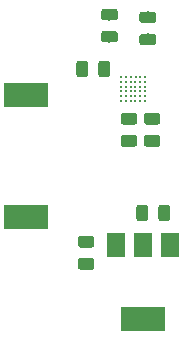
<source format=gbr>
G04 #@! TF.GenerationSoftware,KiCad,Pcbnew,5.1.1-8be2ce7~80~ubuntu18.10.1*
G04 #@! TF.CreationDate,2019-05-25T12:59:07+08:00*
G04 #@! TF.ProjectId,tas2562_dev_pcb,74617332-3536-4325-9f64-65765f706362,rev?*
G04 #@! TF.SameCoordinates,Original*
G04 #@! TF.FileFunction,Paste,Top*
G04 #@! TF.FilePolarity,Positive*
%FSLAX46Y46*%
G04 Gerber Fmt 4.6, Leading zero omitted, Abs format (unit mm)*
G04 Created by KiCad (PCBNEW 5.1.1-8be2ce7~80~ubuntu18.10.1) date 2019-05-25 12:59:07*
%MOMM*%
%LPD*%
G04 APERTURE LIST*
%ADD10C,0.230000*%
%ADD11C,0.100000*%
%ADD12C,0.975000*%
%ADD13R,3.700000X2.100000*%
%ADD14R,3.800000X2.000000*%
%ADD15R,1.500000X2.000000*%
G04 APERTURE END LIST*
D10*
X148218400Y-75345800D03*
X147818400Y-75345800D03*
X147418400Y-75345800D03*
X147018400Y-75345800D03*
X146618400Y-75345800D03*
X146218400Y-75345800D03*
X148218400Y-74945800D03*
X147818400Y-74945800D03*
X147418400Y-74945800D03*
X147018400Y-74945800D03*
X146618400Y-74945800D03*
X146218400Y-74945800D03*
X148218400Y-74545800D03*
X147818400Y-74545800D03*
X147418400Y-74545800D03*
X147018400Y-74545800D03*
X146618400Y-74545800D03*
X146218400Y-74545800D03*
X148218400Y-74145800D03*
X147818400Y-74145800D03*
X147418400Y-74145800D03*
X147018400Y-74145800D03*
X146618400Y-74145800D03*
X146218400Y-74145800D03*
X148218400Y-73745800D03*
X147818400Y-73745800D03*
X147418400Y-73745800D03*
X147018400Y-73745800D03*
X146618400Y-73745800D03*
X146218400Y-73745800D03*
X148218400Y-73345800D03*
X147818400Y-73345800D03*
X147448400Y-73345800D03*
X147018400Y-73345800D03*
X146618400Y-73345800D03*
X146218400Y-73345800D03*
D11*
G36*
X149324142Y-78253674D02*
G01*
X149347803Y-78257184D01*
X149371007Y-78262996D01*
X149393529Y-78271054D01*
X149415153Y-78281282D01*
X149435670Y-78293579D01*
X149454883Y-78307829D01*
X149472607Y-78323893D01*
X149488671Y-78341617D01*
X149502921Y-78360830D01*
X149515218Y-78381347D01*
X149525446Y-78402971D01*
X149533504Y-78425493D01*
X149539316Y-78448697D01*
X149542826Y-78472358D01*
X149544000Y-78496250D01*
X149544000Y-78983750D01*
X149542826Y-79007642D01*
X149539316Y-79031303D01*
X149533504Y-79054507D01*
X149525446Y-79077029D01*
X149515218Y-79098653D01*
X149502921Y-79119170D01*
X149488671Y-79138383D01*
X149472607Y-79156107D01*
X149454883Y-79172171D01*
X149435670Y-79186421D01*
X149415153Y-79198718D01*
X149393529Y-79208946D01*
X149371007Y-79217004D01*
X149347803Y-79222816D01*
X149324142Y-79226326D01*
X149300250Y-79227500D01*
X148387750Y-79227500D01*
X148363858Y-79226326D01*
X148340197Y-79222816D01*
X148316993Y-79217004D01*
X148294471Y-79208946D01*
X148272847Y-79198718D01*
X148252330Y-79186421D01*
X148233117Y-79172171D01*
X148215393Y-79156107D01*
X148199329Y-79138383D01*
X148185079Y-79119170D01*
X148172782Y-79098653D01*
X148162554Y-79077029D01*
X148154496Y-79054507D01*
X148148684Y-79031303D01*
X148145174Y-79007642D01*
X148144000Y-78983750D01*
X148144000Y-78496250D01*
X148145174Y-78472358D01*
X148148684Y-78448697D01*
X148154496Y-78425493D01*
X148162554Y-78402971D01*
X148172782Y-78381347D01*
X148185079Y-78360830D01*
X148199329Y-78341617D01*
X148215393Y-78323893D01*
X148233117Y-78307829D01*
X148252330Y-78293579D01*
X148272847Y-78281282D01*
X148294471Y-78271054D01*
X148316993Y-78262996D01*
X148340197Y-78257184D01*
X148363858Y-78253674D01*
X148387750Y-78252500D01*
X149300250Y-78252500D01*
X149324142Y-78253674D01*
X149324142Y-78253674D01*
G37*
D12*
X148844000Y-78740000D03*
D11*
G36*
X149324142Y-76378674D02*
G01*
X149347803Y-76382184D01*
X149371007Y-76387996D01*
X149393529Y-76396054D01*
X149415153Y-76406282D01*
X149435670Y-76418579D01*
X149454883Y-76432829D01*
X149472607Y-76448893D01*
X149488671Y-76466617D01*
X149502921Y-76485830D01*
X149515218Y-76506347D01*
X149525446Y-76527971D01*
X149533504Y-76550493D01*
X149539316Y-76573697D01*
X149542826Y-76597358D01*
X149544000Y-76621250D01*
X149544000Y-77108750D01*
X149542826Y-77132642D01*
X149539316Y-77156303D01*
X149533504Y-77179507D01*
X149525446Y-77202029D01*
X149515218Y-77223653D01*
X149502921Y-77244170D01*
X149488671Y-77263383D01*
X149472607Y-77281107D01*
X149454883Y-77297171D01*
X149435670Y-77311421D01*
X149415153Y-77323718D01*
X149393529Y-77333946D01*
X149371007Y-77342004D01*
X149347803Y-77347816D01*
X149324142Y-77351326D01*
X149300250Y-77352500D01*
X148387750Y-77352500D01*
X148363858Y-77351326D01*
X148340197Y-77347816D01*
X148316993Y-77342004D01*
X148294471Y-77333946D01*
X148272847Y-77323718D01*
X148252330Y-77311421D01*
X148233117Y-77297171D01*
X148215393Y-77281107D01*
X148199329Y-77263383D01*
X148185079Y-77244170D01*
X148172782Y-77223653D01*
X148162554Y-77202029D01*
X148154496Y-77179507D01*
X148148684Y-77156303D01*
X148145174Y-77132642D01*
X148144000Y-77108750D01*
X148144000Y-76621250D01*
X148145174Y-76597358D01*
X148148684Y-76573697D01*
X148154496Y-76550493D01*
X148162554Y-76527971D01*
X148172782Y-76506347D01*
X148185079Y-76485830D01*
X148199329Y-76466617D01*
X148215393Y-76448893D01*
X148233117Y-76432829D01*
X148252330Y-76418579D01*
X148272847Y-76406282D01*
X148294471Y-76396054D01*
X148316993Y-76387996D01*
X148340197Y-76382184D01*
X148363858Y-76378674D01*
X148387750Y-76377500D01*
X149300250Y-76377500D01*
X149324142Y-76378674D01*
X149324142Y-76378674D01*
G37*
D12*
X148844000Y-76865000D03*
D13*
X138176000Y-74853800D03*
X138176000Y-85140800D03*
D11*
G36*
X143736142Y-88667674D02*
G01*
X143759803Y-88671184D01*
X143783007Y-88676996D01*
X143805529Y-88685054D01*
X143827153Y-88695282D01*
X143847670Y-88707579D01*
X143866883Y-88721829D01*
X143884607Y-88737893D01*
X143900671Y-88755617D01*
X143914921Y-88774830D01*
X143927218Y-88795347D01*
X143937446Y-88816971D01*
X143945504Y-88839493D01*
X143951316Y-88862697D01*
X143954826Y-88886358D01*
X143956000Y-88910250D01*
X143956000Y-89397750D01*
X143954826Y-89421642D01*
X143951316Y-89445303D01*
X143945504Y-89468507D01*
X143937446Y-89491029D01*
X143927218Y-89512653D01*
X143914921Y-89533170D01*
X143900671Y-89552383D01*
X143884607Y-89570107D01*
X143866883Y-89586171D01*
X143847670Y-89600421D01*
X143827153Y-89612718D01*
X143805529Y-89622946D01*
X143783007Y-89631004D01*
X143759803Y-89636816D01*
X143736142Y-89640326D01*
X143712250Y-89641500D01*
X142799750Y-89641500D01*
X142775858Y-89640326D01*
X142752197Y-89636816D01*
X142728993Y-89631004D01*
X142706471Y-89622946D01*
X142684847Y-89612718D01*
X142664330Y-89600421D01*
X142645117Y-89586171D01*
X142627393Y-89570107D01*
X142611329Y-89552383D01*
X142597079Y-89533170D01*
X142584782Y-89512653D01*
X142574554Y-89491029D01*
X142566496Y-89468507D01*
X142560684Y-89445303D01*
X142557174Y-89421642D01*
X142556000Y-89397750D01*
X142556000Y-88910250D01*
X142557174Y-88886358D01*
X142560684Y-88862697D01*
X142566496Y-88839493D01*
X142574554Y-88816971D01*
X142584782Y-88795347D01*
X142597079Y-88774830D01*
X142611329Y-88755617D01*
X142627393Y-88737893D01*
X142645117Y-88721829D01*
X142664330Y-88707579D01*
X142684847Y-88695282D01*
X142706471Y-88685054D01*
X142728993Y-88676996D01*
X142752197Y-88671184D01*
X142775858Y-88667674D01*
X142799750Y-88666500D01*
X143712250Y-88666500D01*
X143736142Y-88667674D01*
X143736142Y-88667674D01*
G37*
D12*
X143256000Y-89154000D03*
D11*
G36*
X143736142Y-86792674D02*
G01*
X143759803Y-86796184D01*
X143783007Y-86801996D01*
X143805529Y-86810054D01*
X143827153Y-86820282D01*
X143847670Y-86832579D01*
X143866883Y-86846829D01*
X143884607Y-86862893D01*
X143900671Y-86880617D01*
X143914921Y-86899830D01*
X143927218Y-86920347D01*
X143937446Y-86941971D01*
X143945504Y-86964493D01*
X143951316Y-86987697D01*
X143954826Y-87011358D01*
X143956000Y-87035250D01*
X143956000Y-87522750D01*
X143954826Y-87546642D01*
X143951316Y-87570303D01*
X143945504Y-87593507D01*
X143937446Y-87616029D01*
X143927218Y-87637653D01*
X143914921Y-87658170D01*
X143900671Y-87677383D01*
X143884607Y-87695107D01*
X143866883Y-87711171D01*
X143847670Y-87725421D01*
X143827153Y-87737718D01*
X143805529Y-87747946D01*
X143783007Y-87756004D01*
X143759803Y-87761816D01*
X143736142Y-87765326D01*
X143712250Y-87766500D01*
X142799750Y-87766500D01*
X142775858Y-87765326D01*
X142752197Y-87761816D01*
X142728993Y-87756004D01*
X142706471Y-87747946D01*
X142684847Y-87737718D01*
X142664330Y-87725421D01*
X142645117Y-87711171D01*
X142627393Y-87695107D01*
X142611329Y-87677383D01*
X142597079Y-87658170D01*
X142584782Y-87637653D01*
X142574554Y-87616029D01*
X142566496Y-87593507D01*
X142560684Y-87570303D01*
X142557174Y-87546642D01*
X142556000Y-87522750D01*
X142556000Y-87035250D01*
X142557174Y-87011358D01*
X142560684Y-86987697D01*
X142566496Y-86964493D01*
X142574554Y-86941971D01*
X142584782Y-86920347D01*
X142597079Y-86899830D01*
X142611329Y-86880617D01*
X142627393Y-86862893D01*
X142645117Y-86846829D01*
X142664330Y-86832579D01*
X142684847Y-86820282D01*
X142706471Y-86810054D01*
X142728993Y-86801996D01*
X142752197Y-86796184D01*
X142775858Y-86792674D01*
X142799750Y-86791500D01*
X143712250Y-86791500D01*
X143736142Y-86792674D01*
X143736142Y-86792674D01*
G37*
D12*
X143256000Y-87279000D03*
D11*
G36*
X148252642Y-84137174D02*
G01*
X148276303Y-84140684D01*
X148299507Y-84146496D01*
X148322029Y-84154554D01*
X148343653Y-84164782D01*
X148364170Y-84177079D01*
X148383383Y-84191329D01*
X148401107Y-84207393D01*
X148417171Y-84225117D01*
X148431421Y-84244330D01*
X148443718Y-84264847D01*
X148453946Y-84286471D01*
X148462004Y-84308993D01*
X148467816Y-84332197D01*
X148471326Y-84355858D01*
X148472500Y-84379750D01*
X148472500Y-85292250D01*
X148471326Y-85316142D01*
X148467816Y-85339803D01*
X148462004Y-85363007D01*
X148453946Y-85385529D01*
X148443718Y-85407153D01*
X148431421Y-85427670D01*
X148417171Y-85446883D01*
X148401107Y-85464607D01*
X148383383Y-85480671D01*
X148364170Y-85494921D01*
X148343653Y-85507218D01*
X148322029Y-85517446D01*
X148299507Y-85525504D01*
X148276303Y-85531316D01*
X148252642Y-85534826D01*
X148228750Y-85536000D01*
X147741250Y-85536000D01*
X147717358Y-85534826D01*
X147693697Y-85531316D01*
X147670493Y-85525504D01*
X147647971Y-85517446D01*
X147626347Y-85507218D01*
X147605830Y-85494921D01*
X147586617Y-85480671D01*
X147568893Y-85464607D01*
X147552829Y-85446883D01*
X147538579Y-85427670D01*
X147526282Y-85407153D01*
X147516054Y-85385529D01*
X147507996Y-85363007D01*
X147502184Y-85339803D01*
X147498674Y-85316142D01*
X147497500Y-85292250D01*
X147497500Y-84379750D01*
X147498674Y-84355858D01*
X147502184Y-84332197D01*
X147507996Y-84308993D01*
X147516054Y-84286471D01*
X147526282Y-84264847D01*
X147538579Y-84244330D01*
X147552829Y-84225117D01*
X147568893Y-84207393D01*
X147586617Y-84191329D01*
X147605830Y-84177079D01*
X147626347Y-84164782D01*
X147647971Y-84154554D01*
X147670493Y-84146496D01*
X147693697Y-84140684D01*
X147717358Y-84137174D01*
X147741250Y-84136000D01*
X148228750Y-84136000D01*
X148252642Y-84137174D01*
X148252642Y-84137174D01*
G37*
D12*
X147985000Y-84836000D03*
D11*
G36*
X150127642Y-84137174D02*
G01*
X150151303Y-84140684D01*
X150174507Y-84146496D01*
X150197029Y-84154554D01*
X150218653Y-84164782D01*
X150239170Y-84177079D01*
X150258383Y-84191329D01*
X150276107Y-84207393D01*
X150292171Y-84225117D01*
X150306421Y-84244330D01*
X150318718Y-84264847D01*
X150328946Y-84286471D01*
X150337004Y-84308993D01*
X150342816Y-84332197D01*
X150346326Y-84355858D01*
X150347500Y-84379750D01*
X150347500Y-85292250D01*
X150346326Y-85316142D01*
X150342816Y-85339803D01*
X150337004Y-85363007D01*
X150328946Y-85385529D01*
X150318718Y-85407153D01*
X150306421Y-85427670D01*
X150292171Y-85446883D01*
X150276107Y-85464607D01*
X150258383Y-85480671D01*
X150239170Y-85494921D01*
X150218653Y-85507218D01*
X150197029Y-85517446D01*
X150174507Y-85525504D01*
X150151303Y-85531316D01*
X150127642Y-85534826D01*
X150103750Y-85536000D01*
X149616250Y-85536000D01*
X149592358Y-85534826D01*
X149568697Y-85531316D01*
X149545493Y-85525504D01*
X149522971Y-85517446D01*
X149501347Y-85507218D01*
X149480830Y-85494921D01*
X149461617Y-85480671D01*
X149443893Y-85464607D01*
X149427829Y-85446883D01*
X149413579Y-85427670D01*
X149401282Y-85407153D01*
X149391054Y-85385529D01*
X149382996Y-85363007D01*
X149377184Y-85339803D01*
X149373674Y-85316142D01*
X149372500Y-85292250D01*
X149372500Y-84379750D01*
X149373674Y-84355858D01*
X149377184Y-84332197D01*
X149382996Y-84308993D01*
X149391054Y-84286471D01*
X149401282Y-84264847D01*
X149413579Y-84244330D01*
X149427829Y-84225117D01*
X149443893Y-84207393D01*
X149461617Y-84191329D01*
X149480830Y-84177079D01*
X149501347Y-84164782D01*
X149522971Y-84154554D01*
X149545493Y-84146496D01*
X149568697Y-84140684D01*
X149592358Y-84137174D01*
X149616250Y-84136000D01*
X150103750Y-84136000D01*
X150127642Y-84137174D01*
X150127642Y-84137174D01*
G37*
D12*
X149860000Y-84836000D03*
D11*
G36*
X147355642Y-78253674D02*
G01*
X147379303Y-78257184D01*
X147402507Y-78262996D01*
X147425029Y-78271054D01*
X147446653Y-78281282D01*
X147467170Y-78293579D01*
X147486383Y-78307829D01*
X147504107Y-78323893D01*
X147520171Y-78341617D01*
X147534421Y-78360830D01*
X147546718Y-78381347D01*
X147556946Y-78402971D01*
X147565004Y-78425493D01*
X147570816Y-78448697D01*
X147574326Y-78472358D01*
X147575500Y-78496250D01*
X147575500Y-78983750D01*
X147574326Y-79007642D01*
X147570816Y-79031303D01*
X147565004Y-79054507D01*
X147556946Y-79077029D01*
X147546718Y-79098653D01*
X147534421Y-79119170D01*
X147520171Y-79138383D01*
X147504107Y-79156107D01*
X147486383Y-79172171D01*
X147467170Y-79186421D01*
X147446653Y-79198718D01*
X147425029Y-79208946D01*
X147402507Y-79217004D01*
X147379303Y-79222816D01*
X147355642Y-79226326D01*
X147331750Y-79227500D01*
X146419250Y-79227500D01*
X146395358Y-79226326D01*
X146371697Y-79222816D01*
X146348493Y-79217004D01*
X146325971Y-79208946D01*
X146304347Y-79198718D01*
X146283830Y-79186421D01*
X146264617Y-79172171D01*
X146246893Y-79156107D01*
X146230829Y-79138383D01*
X146216579Y-79119170D01*
X146204282Y-79098653D01*
X146194054Y-79077029D01*
X146185996Y-79054507D01*
X146180184Y-79031303D01*
X146176674Y-79007642D01*
X146175500Y-78983750D01*
X146175500Y-78496250D01*
X146176674Y-78472358D01*
X146180184Y-78448697D01*
X146185996Y-78425493D01*
X146194054Y-78402971D01*
X146204282Y-78381347D01*
X146216579Y-78360830D01*
X146230829Y-78341617D01*
X146246893Y-78323893D01*
X146264617Y-78307829D01*
X146283830Y-78293579D01*
X146304347Y-78281282D01*
X146325971Y-78271054D01*
X146348493Y-78262996D01*
X146371697Y-78257184D01*
X146395358Y-78253674D01*
X146419250Y-78252500D01*
X147331750Y-78252500D01*
X147355642Y-78253674D01*
X147355642Y-78253674D01*
G37*
D12*
X146875500Y-78740000D03*
D11*
G36*
X147355642Y-76378674D02*
G01*
X147379303Y-76382184D01*
X147402507Y-76387996D01*
X147425029Y-76396054D01*
X147446653Y-76406282D01*
X147467170Y-76418579D01*
X147486383Y-76432829D01*
X147504107Y-76448893D01*
X147520171Y-76466617D01*
X147534421Y-76485830D01*
X147546718Y-76506347D01*
X147556946Y-76527971D01*
X147565004Y-76550493D01*
X147570816Y-76573697D01*
X147574326Y-76597358D01*
X147575500Y-76621250D01*
X147575500Y-77108750D01*
X147574326Y-77132642D01*
X147570816Y-77156303D01*
X147565004Y-77179507D01*
X147556946Y-77202029D01*
X147546718Y-77223653D01*
X147534421Y-77244170D01*
X147520171Y-77263383D01*
X147504107Y-77281107D01*
X147486383Y-77297171D01*
X147467170Y-77311421D01*
X147446653Y-77323718D01*
X147425029Y-77333946D01*
X147402507Y-77342004D01*
X147379303Y-77347816D01*
X147355642Y-77351326D01*
X147331750Y-77352500D01*
X146419250Y-77352500D01*
X146395358Y-77351326D01*
X146371697Y-77347816D01*
X146348493Y-77342004D01*
X146325971Y-77333946D01*
X146304347Y-77323718D01*
X146283830Y-77311421D01*
X146264617Y-77297171D01*
X146246893Y-77281107D01*
X146230829Y-77263383D01*
X146216579Y-77244170D01*
X146204282Y-77223653D01*
X146194054Y-77202029D01*
X146185996Y-77179507D01*
X146180184Y-77156303D01*
X146176674Y-77132642D01*
X146175500Y-77108750D01*
X146175500Y-76621250D01*
X146176674Y-76597358D01*
X146180184Y-76573697D01*
X146185996Y-76550493D01*
X146194054Y-76527971D01*
X146204282Y-76506347D01*
X146216579Y-76485830D01*
X146230829Y-76466617D01*
X146246893Y-76448893D01*
X146264617Y-76432829D01*
X146283830Y-76418579D01*
X146304347Y-76406282D01*
X146325971Y-76396054D01*
X146348493Y-76387996D01*
X146371697Y-76382184D01*
X146395358Y-76378674D01*
X146419250Y-76377500D01*
X147331750Y-76377500D01*
X147355642Y-76378674D01*
X147355642Y-76378674D01*
G37*
D12*
X146875500Y-76865000D03*
D11*
G36*
X143172642Y-71945174D02*
G01*
X143196303Y-71948684D01*
X143219507Y-71954496D01*
X143242029Y-71962554D01*
X143263653Y-71972782D01*
X143284170Y-71985079D01*
X143303383Y-71999329D01*
X143321107Y-72015393D01*
X143337171Y-72033117D01*
X143351421Y-72052330D01*
X143363718Y-72072847D01*
X143373946Y-72094471D01*
X143382004Y-72116993D01*
X143387816Y-72140197D01*
X143391326Y-72163858D01*
X143392500Y-72187750D01*
X143392500Y-73100250D01*
X143391326Y-73124142D01*
X143387816Y-73147803D01*
X143382004Y-73171007D01*
X143373946Y-73193529D01*
X143363718Y-73215153D01*
X143351421Y-73235670D01*
X143337171Y-73254883D01*
X143321107Y-73272607D01*
X143303383Y-73288671D01*
X143284170Y-73302921D01*
X143263653Y-73315218D01*
X143242029Y-73325446D01*
X143219507Y-73333504D01*
X143196303Y-73339316D01*
X143172642Y-73342826D01*
X143148750Y-73344000D01*
X142661250Y-73344000D01*
X142637358Y-73342826D01*
X142613697Y-73339316D01*
X142590493Y-73333504D01*
X142567971Y-73325446D01*
X142546347Y-73315218D01*
X142525830Y-73302921D01*
X142506617Y-73288671D01*
X142488893Y-73272607D01*
X142472829Y-73254883D01*
X142458579Y-73235670D01*
X142446282Y-73215153D01*
X142436054Y-73193529D01*
X142427996Y-73171007D01*
X142422184Y-73147803D01*
X142418674Y-73124142D01*
X142417500Y-73100250D01*
X142417500Y-72187750D01*
X142418674Y-72163858D01*
X142422184Y-72140197D01*
X142427996Y-72116993D01*
X142436054Y-72094471D01*
X142446282Y-72072847D01*
X142458579Y-72052330D01*
X142472829Y-72033117D01*
X142488893Y-72015393D01*
X142506617Y-71999329D01*
X142525830Y-71985079D01*
X142546347Y-71972782D01*
X142567971Y-71962554D01*
X142590493Y-71954496D01*
X142613697Y-71948684D01*
X142637358Y-71945174D01*
X142661250Y-71944000D01*
X143148750Y-71944000D01*
X143172642Y-71945174D01*
X143172642Y-71945174D01*
G37*
D12*
X142905000Y-72644000D03*
D11*
G36*
X145047642Y-71945174D02*
G01*
X145071303Y-71948684D01*
X145094507Y-71954496D01*
X145117029Y-71962554D01*
X145138653Y-71972782D01*
X145159170Y-71985079D01*
X145178383Y-71999329D01*
X145196107Y-72015393D01*
X145212171Y-72033117D01*
X145226421Y-72052330D01*
X145238718Y-72072847D01*
X145248946Y-72094471D01*
X145257004Y-72116993D01*
X145262816Y-72140197D01*
X145266326Y-72163858D01*
X145267500Y-72187750D01*
X145267500Y-73100250D01*
X145266326Y-73124142D01*
X145262816Y-73147803D01*
X145257004Y-73171007D01*
X145248946Y-73193529D01*
X145238718Y-73215153D01*
X145226421Y-73235670D01*
X145212171Y-73254883D01*
X145196107Y-73272607D01*
X145178383Y-73288671D01*
X145159170Y-73302921D01*
X145138653Y-73315218D01*
X145117029Y-73325446D01*
X145094507Y-73333504D01*
X145071303Y-73339316D01*
X145047642Y-73342826D01*
X145023750Y-73344000D01*
X144536250Y-73344000D01*
X144512358Y-73342826D01*
X144488697Y-73339316D01*
X144465493Y-73333504D01*
X144442971Y-73325446D01*
X144421347Y-73315218D01*
X144400830Y-73302921D01*
X144381617Y-73288671D01*
X144363893Y-73272607D01*
X144347829Y-73254883D01*
X144333579Y-73235670D01*
X144321282Y-73215153D01*
X144311054Y-73193529D01*
X144302996Y-73171007D01*
X144297184Y-73147803D01*
X144293674Y-73124142D01*
X144292500Y-73100250D01*
X144292500Y-72187750D01*
X144293674Y-72163858D01*
X144297184Y-72140197D01*
X144302996Y-72116993D01*
X144311054Y-72094471D01*
X144321282Y-72072847D01*
X144333579Y-72052330D01*
X144347829Y-72033117D01*
X144363893Y-72015393D01*
X144381617Y-71999329D01*
X144400830Y-71985079D01*
X144421347Y-71972782D01*
X144442971Y-71962554D01*
X144465493Y-71954496D01*
X144488697Y-71948684D01*
X144512358Y-71945174D01*
X144536250Y-71944000D01*
X145023750Y-71944000D01*
X145047642Y-71945174D01*
X145047642Y-71945174D01*
G37*
D12*
X144780000Y-72644000D03*
D11*
G36*
X145704642Y-67552174D02*
G01*
X145728303Y-67555684D01*
X145751507Y-67561496D01*
X145774029Y-67569554D01*
X145795653Y-67579782D01*
X145816170Y-67592079D01*
X145835383Y-67606329D01*
X145853107Y-67622393D01*
X145869171Y-67640117D01*
X145883421Y-67659330D01*
X145895718Y-67679847D01*
X145905946Y-67701471D01*
X145914004Y-67723993D01*
X145919816Y-67747197D01*
X145923326Y-67770858D01*
X145924500Y-67794750D01*
X145924500Y-68282250D01*
X145923326Y-68306142D01*
X145919816Y-68329803D01*
X145914004Y-68353007D01*
X145905946Y-68375529D01*
X145895718Y-68397153D01*
X145883421Y-68417670D01*
X145869171Y-68436883D01*
X145853107Y-68454607D01*
X145835383Y-68470671D01*
X145816170Y-68484921D01*
X145795653Y-68497218D01*
X145774029Y-68507446D01*
X145751507Y-68515504D01*
X145728303Y-68521316D01*
X145704642Y-68524826D01*
X145680750Y-68526000D01*
X144768250Y-68526000D01*
X144744358Y-68524826D01*
X144720697Y-68521316D01*
X144697493Y-68515504D01*
X144674971Y-68507446D01*
X144653347Y-68497218D01*
X144632830Y-68484921D01*
X144613617Y-68470671D01*
X144595893Y-68454607D01*
X144579829Y-68436883D01*
X144565579Y-68417670D01*
X144553282Y-68397153D01*
X144543054Y-68375529D01*
X144534996Y-68353007D01*
X144529184Y-68329803D01*
X144525674Y-68306142D01*
X144524500Y-68282250D01*
X144524500Y-67794750D01*
X144525674Y-67770858D01*
X144529184Y-67747197D01*
X144534996Y-67723993D01*
X144543054Y-67701471D01*
X144553282Y-67679847D01*
X144565579Y-67659330D01*
X144579829Y-67640117D01*
X144595893Y-67622393D01*
X144613617Y-67606329D01*
X144632830Y-67592079D01*
X144653347Y-67579782D01*
X144674971Y-67569554D01*
X144697493Y-67561496D01*
X144720697Y-67555684D01*
X144744358Y-67552174D01*
X144768250Y-67551000D01*
X145680750Y-67551000D01*
X145704642Y-67552174D01*
X145704642Y-67552174D01*
G37*
D12*
X145224500Y-68038500D03*
D11*
G36*
X145704642Y-69427174D02*
G01*
X145728303Y-69430684D01*
X145751507Y-69436496D01*
X145774029Y-69444554D01*
X145795653Y-69454782D01*
X145816170Y-69467079D01*
X145835383Y-69481329D01*
X145853107Y-69497393D01*
X145869171Y-69515117D01*
X145883421Y-69534330D01*
X145895718Y-69554847D01*
X145905946Y-69576471D01*
X145914004Y-69598993D01*
X145919816Y-69622197D01*
X145923326Y-69645858D01*
X145924500Y-69669750D01*
X145924500Y-70157250D01*
X145923326Y-70181142D01*
X145919816Y-70204803D01*
X145914004Y-70228007D01*
X145905946Y-70250529D01*
X145895718Y-70272153D01*
X145883421Y-70292670D01*
X145869171Y-70311883D01*
X145853107Y-70329607D01*
X145835383Y-70345671D01*
X145816170Y-70359921D01*
X145795653Y-70372218D01*
X145774029Y-70382446D01*
X145751507Y-70390504D01*
X145728303Y-70396316D01*
X145704642Y-70399826D01*
X145680750Y-70401000D01*
X144768250Y-70401000D01*
X144744358Y-70399826D01*
X144720697Y-70396316D01*
X144697493Y-70390504D01*
X144674971Y-70382446D01*
X144653347Y-70372218D01*
X144632830Y-70359921D01*
X144613617Y-70345671D01*
X144595893Y-70329607D01*
X144579829Y-70311883D01*
X144565579Y-70292670D01*
X144553282Y-70272153D01*
X144543054Y-70250529D01*
X144534996Y-70228007D01*
X144529184Y-70204803D01*
X144525674Y-70181142D01*
X144524500Y-70157250D01*
X144524500Y-69669750D01*
X144525674Y-69645858D01*
X144529184Y-69622197D01*
X144534996Y-69598993D01*
X144543054Y-69576471D01*
X144553282Y-69554847D01*
X144565579Y-69534330D01*
X144579829Y-69515117D01*
X144595893Y-69497393D01*
X144613617Y-69481329D01*
X144632830Y-69467079D01*
X144653347Y-69454782D01*
X144674971Y-69444554D01*
X144697493Y-69436496D01*
X144720697Y-69430684D01*
X144744358Y-69427174D01*
X144768250Y-69426000D01*
X145680750Y-69426000D01*
X145704642Y-69427174D01*
X145704642Y-69427174D01*
G37*
D12*
X145224500Y-69913500D03*
D11*
G36*
X148943142Y-67791174D02*
G01*
X148966803Y-67794684D01*
X148990007Y-67800496D01*
X149012529Y-67808554D01*
X149034153Y-67818782D01*
X149054670Y-67831079D01*
X149073883Y-67845329D01*
X149091607Y-67861393D01*
X149107671Y-67879117D01*
X149121921Y-67898330D01*
X149134218Y-67918847D01*
X149144446Y-67940471D01*
X149152504Y-67962993D01*
X149158316Y-67986197D01*
X149161826Y-68009858D01*
X149163000Y-68033750D01*
X149163000Y-68521250D01*
X149161826Y-68545142D01*
X149158316Y-68568803D01*
X149152504Y-68592007D01*
X149144446Y-68614529D01*
X149134218Y-68636153D01*
X149121921Y-68656670D01*
X149107671Y-68675883D01*
X149091607Y-68693607D01*
X149073883Y-68709671D01*
X149054670Y-68723921D01*
X149034153Y-68736218D01*
X149012529Y-68746446D01*
X148990007Y-68754504D01*
X148966803Y-68760316D01*
X148943142Y-68763826D01*
X148919250Y-68765000D01*
X148006750Y-68765000D01*
X147982858Y-68763826D01*
X147959197Y-68760316D01*
X147935993Y-68754504D01*
X147913471Y-68746446D01*
X147891847Y-68736218D01*
X147871330Y-68723921D01*
X147852117Y-68709671D01*
X147834393Y-68693607D01*
X147818329Y-68675883D01*
X147804079Y-68656670D01*
X147791782Y-68636153D01*
X147781554Y-68614529D01*
X147773496Y-68592007D01*
X147767684Y-68568803D01*
X147764174Y-68545142D01*
X147763000Y-68521250D01*
X147763000Y-68033750D01*
X147764174Y-68009858D01*
X147767684Y-67986197D01*
X147773496Y-67962993D01*
X147781554Y-67940471D01*
X147791782Y-67918847D01*
X147804079Y-67898330D01*
X147818329Y-67879117D01*
X147834393Y-67861393D01*
X147852117Y-67845329D01*
X147871330Y-67831079D01*
X147891847Y-67818782D01*
X147913471Y-67808554D01*
X147935993Y-67800496D01*
X147959197Y-67794684D01*
X147982858Y-67791174D01*
X148006750Y-67790000D01*
X148919250Y-67790000D01*
X148943142Y-67791174D01*
X148943142Y-67791174D01*
G37*
D12*
X148463000Y-68277500D03*
D11*
G36*
X148943142Y-69666174D02*
G01*
X148966803Y-69669684D01*
X148990007Y-69675496D01*
X149012529Y-69683554D01*
X149034153Y-69693782D01*
X149054670Y-69706079D01*
X149073883Y-69720329D01*
X149091607Y-69736393D01*
X149107671Y-69754117D01*
X149121921Y-69773330D01*
X149134218Y-69793847D01*
X149144446Y-69815471D01*
X149152504Y-69837993D01*
X149158316Y-69861197D01*
X149161826Y-69884858D01*
X149163000Y-69908750D01*
X149163000Y-70396250D01*
X149161826Y-70420142D01*
X149158316Y-70443803D01*
X149152504Y-70467007D01*
X149144446Y-70489529D01*
X149134218Y-70511153D01*
X149121921Y-70531670D01*
X149107671Y-70550883D01*
X149091607Y-70568607D01*
X149073883Y-70584671D01*
X149054670Y-70598921D01*
X149034153Y-70611218D01*
X149012529Y-70621446D01*
X148990007Y-70629504D01*
X148966803Y-70635316D01*
X148943142Y-70638826D01*
X148919250Y-70640000D01*
X148006750Y-70640000D01*
X147982858Y-70638826D01*
X147959197Y-70635316D01*
X147935993Y-70629504D01*
X147913471Y-70621446D01*
X147891847Y-70611218D01*
X147871330Y-70598921D01*
X147852117Y-70584671D01*
X147834393Y-70568607D01*
X147818329Y-70550883D01*
X147804079Y-70531670D01*
X147791782Y-70511153D01*
X147781554Y-70489529D01*
X147773496Y-70467007D01*
X147767684Y-70443803D01*
X147764174Y-70420142D01*
X147763000Y-70396250D01*
X147763000Y-69908750D01*
X147764174Y-69884858D01*
X147767684Y-69861197D01*
X147773496Y-69837993D01*
X147781554Y-69815471D01*
X147791782Y-69793847D01*
X147804079Y-69773330D01*
X147818329Y-69754117D01*
X147834393Y-69736393D01*
X147852117Y-69720329D01*
X147871330Y-69706079D01*
X147891847Y-69693782D01*
X147913471Y-69683554D01*
X147935993Y-69675496D01*
X147959197Y-69669684D01*
X147982858Y-69666174D01*
X148006750Y-69665000D01*
X148919250Y-69665000D01*
X148943142Y-69666174D01*
X148943142Y-69666174D01*
G37*
D12*
X148463000Y-70152500D03*
D14*
X148082000Y-93828000D03*
D15*
X148082000Y-87528000D03*
X145782000Y-87528000D03*
X150382000Y-87528000D03*
M02*

</source>
